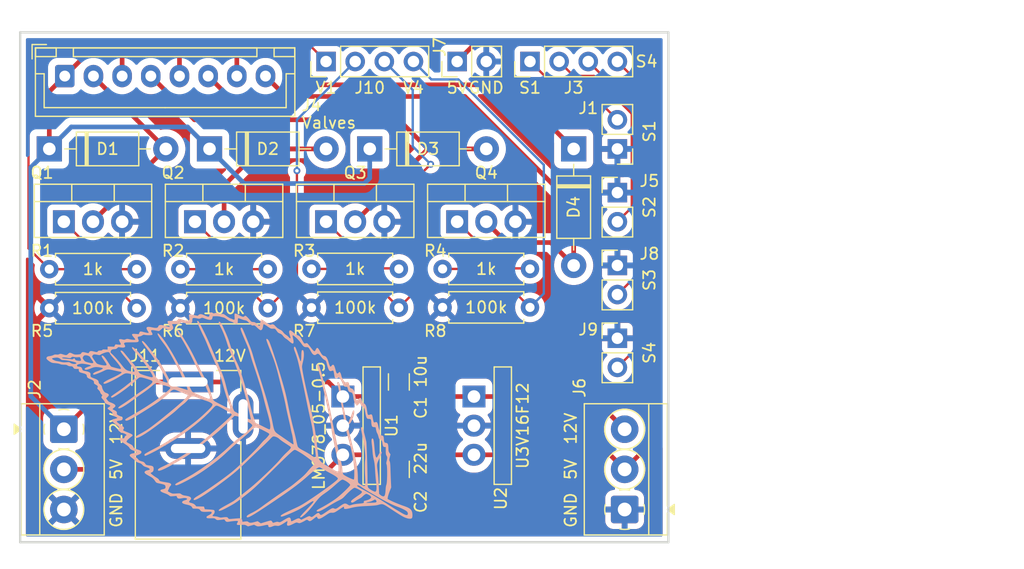
<source format=kicad_pcb>
(kicad_pcb (version 20241229) (generator "pcbnew") (generator_version "9.0")
  (layers (0 "F.Cu" signal) (2 "B.Cu" signal) (13 "F.Paste" user) (15 "B.Paste" user) (5 "F.SilkS" user "F.Silkscreen") (7 "B.SilkS" user "B.Silkscreen") (1 "F.Mask" user) (3 "B.Mask" user) (25 "Edge.Cuts" user))
  (net 0 "")
  (net 1 "+12V")
  (net 2 "GND")
  (net 3 "+5V")
  (net 4 "/M1")
  (net 5 "/M2")
  (net 6 "/M3")
  (net 7 "/M4")
  (net 8 "/S1")
  (net 9 "/S3")
  (net 10 "/S4")
  (net 11 "/S2")
  (net 12 "/MCU_M2")
  (net 13 "/MCU_M1")
  (net 14 "Net-(Q1-G)")
  (net 15 "Net-(Q2-G)")
  (net 16 "Net-(Q3-G)")
  (net 17 "Net-(Q4-G)")
  (net 18 "/MCU_M3")
  (net 19 "/MCU_M4")
  (footprint "Diode_THT:D_DO-41_SOD81_P10.16mm_Horizontal" (layer "F.Cu") (at 91.44 48.26)
    (property "Reference" "D1" (at 5.08 0 0) (layer "F.SilkS"))
    (property "Value" "D")
    (pad "1" thru_hole rect (at 0 0) (size 2.2 2.2) (drill 1.1) (layers "*.Cu" "*.Mask") (net 1 "+12V"))
    (pad "2" thru_hole oval (at 10.16 0) (size 2.2 2.2) (drill 1.1) (layers "*.Cu" "*.Mask") (net 4 "/M1"))
  )
  (footprint "Diode_THT:D_DO-41_SOD81_P10.16mm_Horizontal" (layer "F.Cu") (at 105.41 48.26)
    (property "Reference" "D2" (at 5.08 0 0) (layer "F.SilkS"))
    (property "Value" "D")
    (pad "1" thru_hole rect (at 0 0) (size 2.2 2.2) (drill 1.1) (layers "*.Cu" "*.Mask") (net 1 "+12V"))
    (pad "2" thru_hole oval (at 10.16 0) (size 2.2 2.2) (drill 1.1) (layers "*.Cu" "*.Mask") (net 5 "/M2"))
  )
  (footprint "Connector_PinHeader_2.54mm:PinHeader_1x02_P2.54mm_Vertical" (layer "F.Cu") (at 140.97 64.77)
    (property "Reference" "J9" (at -2.54 -0.762 0) (layer "F.SilkS"))
    (property "Value" "S4" (at 2.794 1.27 90) (layer "F.SilkS"))
    (pad "1" thru_hole rect (at 0 0) (size 1.7 1.7) (drill 1) (layers "*.Cu" "*.Mask") (net 2 "GND"))
    (pad "2" thru_hole oval (at 0 2.54) (size 1.7 1.7) (drill 1) (layers "*.Cu" "*.Mask") (net 10 "/S4"))
  )
  (footprint "Connector_JST:JST_XH_B8B-XH-A_1x08_P2.50mm_Vertical" (layer "F.Cu") (at 92.79 41.91)
    (property "Reference" "J4" (at 21.51 2.54 0) (layer "F.SilkS"))
    (property "Value" "Valves" (at 23.034 4.064 0) (layer "F.SilkS"))
    (pad "1" thru_hole roundrect (at 0 0) (size 1.7 1.95) (drill 0.95) (layers "*.Cu" "*.Mask") (roundrect_rratio 0.147059) (net 1 "+12V"))
    (pad "2" thru_hole oval (at 2.5 0) (size 1.7 1.95) (drill 0.95) (layers "*.Cu" "*.Mask") (net 4 "/M1"))
    (pad "3" thru_hole oval (at 5 0) (size 1.7 1.95) (drill 0.95) (layers "*.Cu" "*.Mask") (net 1 "+12V"))
    (pad "4" thru_hole oval (at 7.5 0) (size 1.7 1.95) (drill 0.95) (layers "*.Cu" "*.Mask") (net 5 "/M2"))
    (pad "5" thru_hole oval (at 10 0) (size 1.7 1.95) (drill 0.95) (layers "*.Cu" "*.Mask") (net 1 "+12V"))
    (pad "6" thru_hole oval (at 12.5 0) (size 1.7 1.95) (drill 0.95) (layers "*.Cu" "*.Mask") (net 6 "/M3"))
    (pad "7" thru_hole oval (at 15 0) (size 1.7 1.95) (drill 0.95) (layers "*.Cu" "*.Mask") (net 1 "+12V"))
    (pad "8" thru_hole oval (at 17.5 0) (size 1.7 1.95) (drill 0.95) (layers "*.Cu" "*.Mask") (net 7 "/M4"))
  )
  (footprint "Connector_PinHeader_2.54mm:PinHeader_1x02_P2.54mm_Vertical" (layer "F.Cu") (at 140.97 48.26 180)
    (property "Reference" "J1" (at 2.54 3.556 0) (layer "F.SilkS"))
    (property "Value" "S1" (at -2.794 1.524 90) (layer "F.SilkS"))
    (pad "1" thru_hole rect (at 0 0 180) (size 1.7 1.7) (drill 1) (layers "*.Cu" "*.Mask") (net 2 "GND"))
    (pad "2" thru_hole oval (at 0 2.54 180) (size 1.7 1.7) (drill 1) (layers "*.Cu" "*.Mask") (net 8 "/S1"))
  )
  (footprint "olla_watering:LMO78_05-0.5" (layer "F.Cu") (at 117.035 69.85 -90)
    (property "Reference" "U1" (at 2.54 -4.25 90) (layer "F.SilkS"))
    (property "Value" "LMO78_05-0.5" (at 2.54 2.1 90) (layer "F.SilkS"))
    (pad "1" thru_hole rect (at 0 0 270) (size 1.905 2) (drill 1.1) (layers "*.Cu" "*.Mask") (net 1 "+12V"))
    (pad "2" thru_hole oval (at 2.54 0 270) (size 1.905 2) (drill 1.1) (layers "*.Cu" "*.Mask") (net 2 "GND"))
    (pad "3" thru_hole oval (at 5.08 0 270) (size 1.905 2) (drill 1.1) (layers "*.Cu" "*.Mask") (net 3 "+5V"))
  )
  (footprint "olla_watering:TO-220-3_Vertical_olla" (layer "F.Cu") (at 92.71 54.61)
    (property "Reference" "Q1" (at -1.905 -4.27 0) (layer "F.SilkS"))
    (property "Value" "NMOS")
    (pad "1" thru_hole oval (at 2.54 0) (size 1.905 2) (drill 1.1) (layers "*.Cu" "*.Mask") (net 4 "/M1"))
    (pad "2" thru_hole rect (at 0 0) (size 1.905 2) (drill 1.1) (layers "*.Cu" "*.Mask") (net 14 "Net-(Q1-G)"))
    (pad "3" thru_hole oval (at 5.08 0) (size 1.905 2) (drill 1.1) (layers "*.Cu" "*.Mask") (net 2 "GND"))
  )
  (footprint "Resistor_THT:R_Axial_DIN0207_L6.3mm_D2.5mm_P7.62mm_Horizontal" (layer "F.Cu") (at 114.3 62.103)
    (property "Reference" "R7" (at -0.635 2.032 0) (layer "F.SilkS"))
    (property "Value" "100k" (at 3.81 0 0) (layer "F.SilkS"))
    (pad "1" thru_hole circle (at 0 0) (size 1.6 1.6) (drill 0.8) (layers "*.Cu" "*.Mask") (net 2 "GND"))
    (pad "2" thru_hole oval (at 7.62 0) (size 1.6 1.6) (drill 0.8) (layers "*.Cu" "*.Mask") (net 18 "/MCU_M3"))
  )
  (footprint "Resistor_THT:R_Axial_DIN0207_L6.3mm_D2.5mm_P7.62mm_Horizontal" (layer "F.Cu") (at 91.44 58.745)
    (property "Reference" "R1" (at -0.635 -1.595 0) (layer "F.SilkS"))
    (property "Value" "1k" (at 3.81 0 0) (layer "F.SilkS"))
    (pad "1" thru_hole circle (at 0 0) (size 1.6 1.6) (drill 0.8) (layers "*.Cu" "*.Mask") (net 13 "/MCU_M1"))
    (pad "2" thru_hole oval (at 7.62 0) (size 1.6 1.6) (drill 0.8) (layers "*.Cu" "*.Mask") (net 14 "Net-(Q1-G)"))
  )
  (footprint "Connector_PinHeader_2.54mm:PinHeader_1x02_P2.54mm_Vertical" (layer "F.Cu") (at 140.97 52.07)
    (property "Reference" "J5" (at 2.794 -1.016 0) (layer "F.SilkS"))
    (property "Value" "S2" (at 2.794 1.27 90) (layer "F.SilkS"))
    (pad "1" thru_hole rect (at 0 0) (size 1.7 1.7) (drill 1) (layers "*.Cu" "*.Mask") (net 2 "GND"))
    (pad "2" thru_hole oval (at 0 2.54) (size 1.7 1.7) (drill 1) (layers "*.Cu" "*.Mask") (net 11 "/S2"))
  )
  (footprint "Resistor_THT:R_Axial_DIN0207_L6.3mm_D2.5mm_P7.62mm_Horizontal" (layer "F.Cu") (at 91.44 62.145)
    (property "Reference" "R5" (at -0.635 1.99 0) (layer "F.SilkS"))
    (property "Value" "100k" (at 3.81 0 0) (layer "F.SilkS"))
    (pad "1" thru_hole circle (at 0 0) (size 1.6 1.6) (drill 0.8) (layers "*.Cu" "*.Mask") (net 2 "GND"))
    (pad "2" thru_hole oval (at 7.62 0) (size 1.6 1.6) (drill 0.8) (layers "*.Cu" "*.Mask") (net 13 "/MCU_M1"))
  )
  (footprint "olla_watering:U3V16F12" (layer "F.Cu") (at 128.465 69.85 -90)
    (property "Reference" "U2" (at 8.89 -2.345 90) (layer "F.SilkS"))
    (property "Value" "U3V16F12" (at 2.54 -4.25 90) (layer "F.SilkS"))
    (pad "1" thru_hole oval (at 5.08 0 270) (size 1.905 2) (drill 1.1) (layers "*.Cu" "*.Mask") (net 3 "+5V"))
    (pad "2" thru_hole oval (at 2.54 0 270) (size 1.905 2) (drill 1.1) (layers "*.Cu" "*.Mask") (net 2 "GND"))
    (pad "3" thru_hole rect (at 0 0 270) (size 1.905 2) (drill 1.1) (layers "*.Cu" "*.Mask") (net 1 "+12V"))
  )
  (footprint "Diode_THT:D_DO-41_SOD81_P10.16mm_Horizontal" (layer "F.Cu") (at 119.38 48.26)
    (property "Reference" "D3" (at 5.08 0 0) (layer "F.SilkS"))
    (property "Value" "D")
    (pad "1" thru_hole rect (at 0 0) (size 2.2 2.2) (drill 1.1) (layers "*.Cu" "*.Mask") (net 1 "+12V"))
    (pad "2" thru_hole oval (at 10.16 0) (size 2.2 2.2) (drill 1.1) (layers "*.Cu" "*.Mask") (net 6 "/M3"))
  )
  (footprint "olla_watering:TO-220-3_Vertical_olla" (layer "F.Cu") (at 115.57 54.61)
    (property "Reference" "Q3" (at 2.54 -4.27 0) (layer "F.SilkS"))
    (property "Value" "NMOS")
    (pad "1" thru_hole oval (at 2.54 0) (size 1.905 2) (drill 1.1) (layers "*.Cu" "*.Mask") (net 6 "/M3"))
    (pad "2" thru_hole rect (at 0 0) (size 1.905 2) (drill 1.1) (layers "*.Cu" "*.Mask") (net 16 "Net-(Q3-G)"))
    (pad "3" thru_hole oval (at 5.08 0) (size 1.905 2) (drill 1.1) (layers "*.Cu" "*.Mask") (net 2 "GND"))
  )
  (footprint "olla_watering:TO-220-3_Vertical_olla" (layer "F.Cu") (at 104.14 54.61)
    (property "Reference" "Q2" (at -1.905 -4.27 0) (layer "F.SilkS"))
    (property "Value" "NMOS")
    (pad "1" thru_hole oval (at 2.54 0) (size 1.905 2) (drill 1.1) (layers "*.Cu" "*.Mask") (net 5 "/M2"))
    (pad "2" thru_hole rect (at 0 0) (size 1.905 2) (drill 1.1) (layers "*.Cu" "*.Mask") (net 15 "Net-(Q2-G)"))
    (pad "3" thru_hole oval (at 5.08 0) (size 1.905 2) (drill 1.1) (layers "*.Cu" "*.Mask") (net 2 "GND"))
  )
  (footprint "Diode_THT:D_DO-41_SOD81_P10.16mm_Horizontal" (layer "F.Cu") (at 137.16 48.26 -90)
    (property "Reference" "D4" (at 5.08 0 90) (layer "F.SilkS"))
    (property "Value" "D")
    (pad "1" thru_hole rect (at 0 0 270) (size 2.2 2.2) (drill 1.1) (layers "*.Cu" "*.Mask") (net 1 "+12V"))
    (pad "2" thru_hole oval (at 10.16 0 270) (size 2.2 2.2) (drill 1.1) (layers "*.Cu" "*.Mask") (net 7 "/M4"))
  )
  (footprint "Connector_BarrelJack:BarrelJack_Wuerth_6941xx301002" (layer "F.Cu") (at 103.54 68.58)
    (property "Reference" "J11" (at -3.718 -2.286 0) (layer "F.SilkS"))
    (property "Value" "12V in")
    (pad "1" thru_hole rect (at 0 0) (size 4.4 1.8) (drill oval 3.4 0.8) (layers "*.Cu" "*.Mask") (net 1 "+12V"))
    (pad "2" thru_hole oval (at 0 5.8) (size 4 1.8) (drill oval 3 0.8) (layers "*.Cu" "*.Mask") (net 2 "GND"))
    (pad "3" thru_hole oval (at 4.8 3 90) (size 4 1.8) (drill oval 3 0.8) (layers "*.Cu" "*.Mask") (net 2 "GND"))
  )
  (footprint "Connector_PinHeader_2.54mm:PinHeader_1x02_P2.54mm_Vertical" (layer "F.Cu") (at 140.97 58.42)
    (property "Reference" "J8" (at 2.794 -1.016 0) (layer "F.SilkS"))
    (property "Value" "S3" (at 2.794 1.27 90) (layer "F.SilkS"))
    (pad "1" thru_hole rect (at 0 0) (size 1.7 1.7) (drill 1) (layers "*.Cu" "*.Mask") (net 2 "GND"))
    (pad "2" thru_hole oval (at 0 2.54) (size 1.7 1.7) (drill 1) (layers "*.Cu" "*.Mask") (net 9 "/S3"))
  )
  (footprint "Resistor_THT:R_Axial_DIN0207_L6.3mm_D2.5mm_P7.62mm_Horizontal" (layer "F.Cu") (at 125.73 58.7248)
    (property "Reference" "R4" (at -0.635 -1.5748 0) (layer "F.SilkS"))
    (property "Value" "1k" (at 3.81 0 0) (layer "F.SilkS"))
    (pad "1" thru_hole circle (at 0 0) (size 1.6 1.6) (drill 0.8) (layers "*.Cu" "*.Mask") (net 19 "/MCU_M4"))
    (pad "2" thru_hole oval (at 7.62 0) (size 1.6 1.6) (drill 0.8) (layers "*.Cu" "*.Mask") (net 17 "Net-(Q4-G)"))
  )
  (footprint "Capacitor_SMD:C_1206_3216Metric_Pad1.33x1.80mm_HandSolder" (layer "F.Cu") (at 121.92 68.58 90)
    (property "Reference" "C1" (at -2.2475 1.905 90) (layer "F.SilkS"))
    (property "Value" "10u" (at 0.9275 1.905 90) (layer "F.SilkS"))
    (pad "1" smd roundrect (at -1.5625 0 90) (size 1.325 1.8) (layers "F.Cu" "F.Mask" "F.Paste") (roundrect_rratio 0.188679) (net 1 "+12V"))
    (pad "2" smd roundrect (at 1.5625 0 90) (size 1.325 1.8) (layers "F.Cu" "F.Mask" "F.Paste") (roundrect_rratio 0.188679) (net 2 "GND"))
  )
  (footprint "TerminalBlock_4Ucon:TerminalBlock_4Ucon_1x03_P3.50mm_Horizontal" (layer "F.Cu") (at 92.71 72.7 -90)
    (property "Reference" "J2" (at -3.485 2.54 90) (layer "F.SilkS"))
    (property "Value" "Power in")
    (pad "1" thru_hole roundrect (at 0 0 270) (size 2.4 2.4) (drill 1.2) (layers "*.Cu" "*.Mask") (roundrect_rratio 0.104167) (net 1 "+12V"))
    (pad "2" thru_hole circle (at 3.5 0 270) (size 2.4 2.4) (drill 1.2) (layers "*.Cu" "*.Mask") (net 3 "+5V"))
    (pad "3" thru_hole circle (at 7 0 270) (size 2.4 2.4) (drill 1.2) (layers "*.Cu" "*.Mask") (net 2 "GND"))
  )
  (footprint "Resistor_THT:R_Axial_DIN0207_L6.3mm_D2.5mm_P7.62mm_Horizontal" (layer "F.Cu") (at 114.3 58.7248)
    (property "Reference" "R3" (at -0.635 -1.5748 0) (layer "F.SilkS"))
    (property "Value" "1k" (at 3.81 0 0) (layer "F.SilkS"))
    (pad "1" thru_hole circle (at 0 0) (size 1.6 1.6) (drill 0.8) (layers "*.Cu" "*.Mask") (net 18 "/MCU_M3"))
    (pad "2" thru_hole oval (at 7.62 0) (size 1.6 1.6) (drill 0.8) (layers "*.Cu" "*.Mask") (net 16 "Net-(Q3-G)"))
  )
  (footprint "Resistor_THT:R_Axial_DIN0207_L6.3mm_D2.5mm_P7.62mm_Horizontal" (layer "F.Cu") (at 102.87 62.145)
    (property "Reference" "R6" (at -0.635 1.99 0) (layer "F.SilkS"))
    (property "Value" "100k" (at 3.81 0 0) (layer "F.SilkS"))
    (pad "1" thru_hole circle (at 0 0) (size 1.6 1.6) (drill 0.8) (layers "*.Cu" "*.Mask") (net 2 "GND"))
    (pad "2" thru_hole oval (at 7.62 0) (size 1.6 1.6) (drill 0.8) (layers "*.Cu" "*.Mask") (net 12 "/MCU_M2"))
  )
  (footprint "Connector_PinHeader_2.54mm:PinHeader_1x04_P2.54mm_Vertical" (layer "F.Cu") (at 115.57 40.64 90)
    (property "Reference" "J10" (at -2.286 3.81 180) (layer "F.SilkS"))
    (property "Value" "Valves Pico")
    (pad "1" thru_hole rect (at 0 0 90) (size 1.7 1.7) (drill 1) (layers "*.Cu" "*.Mask") (net 13 "/MCU_M1"))
    (pad "2" thru_hole oval (at 0 2.54 90) (size 1.7 1.7) (drill 1) (layers "*.Cu" "*.Mask") (net 12 "/MCU_M2"))
    (pad "3" thru_hole oval (at 0 5.08 90) (size 1.7 1.7) (drill 1) (layers "*.Cu" "*.Mask") (net 18 "/MCU_M3"))
    (pad "4" thru_hole oval (at 0 7.62 90) (size 1.7 1.7) (drill 1) (layers "*.Cu" "*.Mask") (net 19 "/MCU_M4"))
  )
  (footprint "Connector_PinHeader_2.54mm:PinHeader_1x02_P2.54mm_Vertical" (layer "F.Cu") (at 127 40.64 90)
    (property "Reference" "J7" (at 1.27 -1.524 90) (layer "F.SilkS"))
    (property "Value" "5V out")
    (pad "1" thru_hole rect (at 0 0 90) (size 1.7 1.7) (drill 1) (layers "*.Cu" "*.Mask") (net 3 "+5V"))
    (pad "2" thru_hole oval (at 0 2.54 90) (size 1.7 1.7) (drill 1) (layers "*.Cu" "*.Mask") (net 2 "GND"))
  )
  (footprint "TerminalBlock_4Ucon:TerminalBlock_4Ucon_1x03_P3.50mm_Horizontal" (layer "F.Cu") (at 141.605 79.7 90)
    (property "Reference" "J6" (at 10.612 -3.937 90) (layer "F.SilkS"))
    (property "Value" "Power out")
    (pad "1" thru_hole roundrect (at 0 0 90) (size 2.4 2.4) (drill 1.2) (layers "*.Cu" "*.Mask") (roundrect_rratio 0.104167) (net 2 "GND"))
    (pad "2" thru_hole circle (at 3.5 0 90) (size 2.4 2.4) (drill 1.2) (layers "*.Cu" "*.Mask") (net 3 "+5V"))
    (pad "3" thru_hole circle (at 7 0 90) (size 2.4 2.4) (drill 1.2) (layers "*.Cu" "*.Mask") (net 1 "+12V"))
  )
  (footprint "Resistor_THT:R_Axial_DIN0207_L6.3mm_D2.5mm_P7.62mm_Horizontal" (layer "F.Cu") (at 125.73 62.0776)
    (property "Reference" "R8" (at -0.635 2.0574 0) (layer "F.SilkS"))
    (property "Value" "100k" (at 3.81 0 0) (layer "F.SilkS"))
    (pad "1" thru_hole circle (at 0 0) (size 1.6 1.6) (drill 0.8) (layers "*.Cu" "*.Mask") (net 2 "GND"))
    (pad "2" thru_hole oval (at 7.62 0) (size 1.6 1.6) (drill 0.8) (layers "*.Cu" "*.Mask") (net 19 "/MCU_M4"))
  )
  (footprint "Capacitor_SMD:C_1206_3216Metric_Pad1.33x1.80mm_HandSolder" (layer "F.Cu") (at 121.92 76.2 -90)
    (property "Reference" "C2" (at 2.8325 -1.905 90) (layer "F.SilkS"))
    (property "Value" "22u" (at -0.9775 -1.905 90) (layer "F.SilkS"))
    (pad "1" smd roundrect (at -1.5625 0 270) (size 1.325 1.8) (layers "F.Cu" "F.Mask" "F.Paste") (roundrect_rratio 0.188679) (net 3 "+5V"))
    (pad "2" smd roundrect (at 1.5625 0 270) (size 1.325 1.8) (layers "F.Cu" "F.Mask" "F.Paste") (roundrect_rratio 0.188679) (net 2 "GND"))
  )
  (footprint "Resistor_THT:R_Axial_DIN0207_L6.3mm_D2.5mm_P7.62mm_Horizontal" (layer "F.Cu") (at 102.87 58.745)
    (property "Reference" "R2" (at -0.635 -1.595 0) (layer "F.SilkS"))
    (property "Value" "1k" (at 3.81 0 0) (layer "F.SilkS"))
    (pad "1" thru_hole circle (at 0 0) (size 1.6 1.6) (drill 0.8) (layers "*.Cu" "*.Mask") (net 12 "/MCU_M2"))
    (pad "2" thru_hole oval (at 7.62 0) (size 1.6 1.6) (drill 0.8) (layers "*.Cu" "*.Mask") (net 15 "Net-(Q2-G)"))
  )
  (footprint "olla_watering:TO-220-3_Vertical_olla" (layer "F.Cu") (at 127 54.61)
    (property "Reference" "Q4" (at 2.54 -4.27 0) (layer "F.SilkS"))
    (property "Value" "NMOS")
    (pad "1" thru_hole oval (at 2.54 0) (size 1.905 2) (drill 1.1) (layers "*.Cu" "*.Mask") (net 7 "/M4"))
    (pad "2" thru_hole rect (at 0 0) (size 1.905 2) (drill 1.1) (layers "*.Cu" "*.Mask") (net 17 "Net-(Q4-G)"))
    (pad "3" thru_hole oval (at 5.08 0) (size 1.905 2) (drill 1.1) (layers "*.Cu" "*.Mask") (net 2 "GND"))
  )
  (footprint "Connector_PinHeader_2.54mm:PinHeader_1x04_P2.54mm_Vertical" (layer "F.Cu") (at 133.35 40.64 90)
    (property "Reference" "J3" (at -2.286 3.81 180) (layer "F.SilkS"))
    (property "Value" "Switches Pico")
    (pad "1" thru_hole rect (at 0 0 90) (size 1.7 1.7) (drill 1) (layers "*.Cu" "*.Mask") (net 8 "/S1"))
    (pad "2" thru_hole oval (at 0 2.54 90) (size 1.7 1.7) (drill 1) (layers "*.Cu" "*.Mask") (net 11 "/S2"))
    (pad "3" thru_hole oval (at 0 5.08 90) (size 1.7 1.7) (drill 1) (layers "*.Cu" "*.Mask") (net 9 "/S3"))
    (pad "4" thru_hole oval (at 0 7.62 90) (size 1.7 1.7) (drill 1) (layers "*.Cu" "*.Mask") (net 10 "/S4"))
  )
  (footprint "LOGO" (layer "B.Cu") (at 107.442 71.882 -90)
    (property "Reference" "G***" (hide yes))
    (property "Value" "LOGO" (hide yes))
  )
  (gr_line (start 88.9 82.55) (end 88.9 38.1) (stroke (width 0.2032)) (layer "Edge.Cuts"))
  (gr_line (start 145.415 38.1) (end 145.415 82.55) (stroke (width 0.2032)) (layer "Edge.Cuts"))
  (gr_line (start 145.415 82.55) (end 88.9 82.55) (stroke (width 0.2032)) (layer "Edge.Cuts"))
  (gr_line (start 88.9 38.1) (end 145.415 38.1) (stroke (width 0.2032)) (layer "Edge.Cuts"))
  (gr_text "S4" (at 143.51 40.64 0) (layer "F.SilkS") (effects (font (size 1 1))))
  (gr_text "12V" (at 97.282 72.644 90) (layer "F.SilkS") (effects (font (size 1 1))))
  (gr_text "V4" (at 123.19 42.926 0) (layer "F.SilkS") (effects (font (size 1 1))))
  (gr_text "S1" (at 133.35 42.926 0) (layer "F.SilkS") (effects (font (size 1 1))))
  (gr_text "12V" (at 107.188 66.294 0) (layer "F.SilkS") (effects (font (size 1 1))))
  (gr_text "12V" (at 136.906 72.644 90) (layer "F.SilkS") (effects (font (size 1 1))))
  (gr_text "V1" (at 115.57 42.926 0) (layer "F.SilkS") (effects (font (size 1 1))))
  (gr_text "5V" (at 127 42.926 0) (layer "F.SilkS") (effects (font (size 1 1))))
  (gr_text "5V" (at 136.906 76.2 90) (layer "F.SilkS") (effects (font (size 1 1))))
  (gr_text "5V" (at 97.282 76.2 90) (layer "F.SilkS") (effects (font (size 1 1))))
  (gr_text "GND" (at 129.54 42.926 0) (layer "F.SilkS") (effects (font (size 1 1))))
  (gr_text "GND" (at 136.906 79.756 90) (layer "F.SilkS") (effects (font (size 1 1))))
  (gr_text "GND" (at 97.282 79.756 90) (layer "F.SilkS") (effects (font (size 1 1))))
  (segment (start 113.529969 42.672) (end 115.062 42.672) (width 0.4064) (layer "F.Cu") (net 1))
  (segment (start 117.035 69.85) (end 128.465 69.85) (width 0.4064) (layer "F.Cu") (net 1))
  (segment (start 102.79 40.1212) (end 102.79 41.91) (width 0.4064) (layer "F.Cu") (net 1))
  (segment (start 97.79 40.1212) (end 97.79 41.91) (width 0.4064) (layer "F.Cu") (net 1))
  (segment (start 110.979169 40.1212) (end 113.529969 42.672) (width 0.4064) (layer "F.Cu") (net 1))
  (segment (start 94.5788 40.1212) (end 92.79 41.91) (width 0.4064) (layer "F.Cu") (net 1))
  (segment (start 128.465 69.85) (end 138.755 69.85) (width 0.4064) (layer "F.Cu") (net 1))
  (segment (start 131.572 42.672) (end 137.16 48.26) (width 0.4064) (layer "F.Cu") (net 1))
  (segment (start 91.44 48.26) (end 91.44 43.26) (width 0.4064) (layer "F.Cu") (net 1))
  (segment (start 97.79 40.1212) (end 94.5788 40.1212) (width 0.4064) (layer "F.Cu") (net 1))
  (segment (start 102.79 40.1212) (end 97.79 40.1212) (width 0.4064) (layer "F.Cu") (net 1))
  (segment (start 106.0012 40.1212) (end 110.979169 40.1212) (width 0.4064) (layer "F.Cu") (net 1))
  (segment (start 107.79 40.2152) (end 107.696 40.1212) (width 0.4064) (layer "F.Cu") (net 1))
  (segment (start 106.0012 40.1212) (end 102.79 40.1212) (width 0.4064) (layer "F.Cu") (net 1))
  (segment (start 91.44 43.26) (end 92.79 41.91) (width 0.4064) (layer "F.Cu") (net 1))
  (segment (start 103.54 68.58) (end 115.765 68.58) (width 0.4064) (layer "F.Cu") (net 1))
  (segment (start 96.83 68.58) (end 92.71 72.7) (width 0.4064) (layer "F.Cu") (net 1))
  (segment (start 103.54 68.58) (end 96.83 68.58) (width 0.4064) (layer "F.Cu") (net 1))
  (segment (start 138.755 69.85) (end 141.605 72.7) (width 0.4064) (layer "F.Cu") (net 1))
  (segment (start 107.79 41.91) (end 107.79 40.2152) (width 0.4064) (layer "F.Cu") (net 1))
  (segment (start 115.765 68.58) (end 117.035 69.85) (width 0.4064) (layer "F.Cu") (net 1))
  (segment (start 115.062 42.672) (end 131.572 42.672) (width 0.4064) (layer "F.Cu") (net 1))
  (segment (start 107.696 40.1212) (end 106.0012 40.1212) (width 0.4064) (layer "F.Cu") (net 1))
  (segment (start 91.44 48.26) (end 93.3538 46.3462) (width 0.4064) (layer "B.Cu") (net 1))
  (segment (start 108.4288 51.2788) (end 118.9012 51.2788) (width 0.4064) (layer "B.Cu") (net 1))
  (segment (start 89.8262 69.8162) (end 89.8262 49.8738) (width 0.4064) (layer "B.Cu") (net 1))
  (segment (start 89.8262 49.8738) (end 91.44 48.26) (width 0.4064) (layer "B.Cu") (net 1))
  (segment (start 103.4962 46.3462) (end 105.41 48.26) (width 0.4064) (layer "B.Cu") (net 1))
  (segment (start 119.38 50.8) (end 119.38 48.26) (width 0.4064) (layer "B.Cu") (net 1))
  (segment (start 118.9012 51.2788) (end 119.38 50.8) (width 0.4064) (layer "B.Cu") (net 1))
  (segment (start 92.71 72.7) (end 89.8262 69.8162) (width 0.4064) (layer "B.Cu") (net 1))
  (segment (start 93.3538 46.3462) (end 103.4962 46.3462) (width 0.4064) (layer "B.Cu") (net 1))
  (segment (start 105.41 48.26) (end 108.4288 51.2788) (width 0.4064) (layer "B.Cu") (net 1))
  (segment (start 140.335 74.93) (end 141.605 76.2) (width 0.4064) (layer "F.Cu") (net 3))
  (segment (start 141.659169 38.9762) (end 144.1608 41.477831) (width 0.4064) (layer "F.Cu") (net 3))
  (segment (start 117.035 74.93) (end 115.765 76.2) (width 0.4064) (layer "F.Cu") (net 3))
  (segment (start 117.035 74.93) (end 128.465 74.93) (width 0.4064) (layer "F.Cu") (net 3))
  (segment (start 128.6638 38.9762) (end 141.659169 38.9762) (width 0.4064) (layer "F.Cu") (net 3))
  (segment (start 115.765 76.2) (end 92.71 76.2) (width 0.4064) (layer "F.Cu") (net 3))
  (segment (start 127 40.64) (end 128.6638 38.9762) (width 0.4064) (layer "F.Cu") (net 3))
  (segment (start 128.465 74.93) (end 140.335 74.93) (width 0.4064) (layer "F.Cu") (net 3))
  (segment (start 144.1608 73.6442) (end 141.605 76.2) (width 0.4064) (layer "F.Cu") (net 3))
  (segment (start 144.1608 41.477831) (end 144.1608 73.6442) (width 0.4064) (layer "F.Cu") (net 3))
  (segment (start 101.5525 48.26) (end 101.6 48.26) (width 0.4064) (layer "F.Cu") (net 4))
  (segment (start 95.25 54.61) (end 95.25 54.5625) (width 0.4064) (layer "F.Cu") (net 4))
  (segment (start 95.29 41.95) (end 95.29 41.91) (width 0.4064) (layer "F.Cu") (net 4))
  (segment (start 101.6 48.26) (end 95.29 41.95) (width 0.4064) (layer "F.Cu") (net 4))
  (segment (start 95.25 54.5625) (end 101.5525 48.26) (width 0.4064) (layer "F.Cu") (net 4))
  (segment (start 104.1 45.72) (end 100.29 41.91) (width 0.4064) (layer "F.Cu") (net 5))
  (segment (start 109.855 48.26) (end 112.9825 48.26) (width 0.4064) (layer "F.Cu") (net 5))
  (segment (start 106.68 51.435) (end 109.855 48.26) (width 0.4064) (layer "F.Cu") (net 5))
  (segment (start 109.8638 48.26) (end 107.3238 45.72) (width 0.4064) (layer "F.Cu") (net 5))
  (segment (start 112.9825 48.26) (end 115.57 48.26) (width 0.4064) (layer "F.Cu") (net 5))
  (segment (start 106.68 54.61) (end 106.68 51.435) (width 0.4064) (layer "F.Cu") (net 5))
  (segment (start 112.9825 48.26) (end 109.8638 48.26) (width 0.4064) (layer "F.Cu") (net 5))
  (segment (start 107.3238 45.72) (end 104.1 45.72) (width 0.4064) (layer "F.Cu") (net 5))
  (segment (start 109.1 45.72) (end 105.29 41.91) (width 0.4064) (layer "F.Cu") (net 6))
  (segment (start 124.454575 48.26) (end 121.914575 45.72) (width 0.4064) (layer "F.Cu") (net 6))
  (segment (start 118.11 54.61) (end 118.11 54.604575) (width 0.4064) (layer "F.Cu") (net 6))
  (segment (start 124.454575 48.26) (end 129.54 48.26) (width 0.4064) (layer "F.Cu") (net 6))
  (segment (start 118.11 54.604575) (end 124.454575 48.26) (width 0.4064) (layer "F.Cu") (net 6))
  (segment (start 121.914575 45.72) (end 109.1 45.72) (width 0.4064) (layer "F.Cu") (net 6))
  (segment (start 131.3063 56.4238) (end 129.54 54.6575) (width 0.4064) (layer "F.Cu") (net 7))
  (segment (start 129.54 54.6575) (end 129.54 54.61) (width 0.4064) (layer "F.Cu") (net 7))
  (segment (start 137.16 53.173478) (end 127.675522 43.689) (width 0.4064) (layer "F.Cu") (net 7))
  (segment (start 112.069 43.689) (end 110.29 41.91) (width 0.4064) (layer "F.Cu") (net 7))
  (segment (start 137.16 58.42) (end 137.16 53.173478) (width 0.4064) (layer "F.Cu") (net 7))
  (segment (start 127.675522 43.689) (end 112.069 43.689) (width 0.4064) (layer "F.Cu") (net 7))
  (segment (start 137.16 58.42) (end 135.1638 56.4238) (width 0.4064) (layer "F.Cu") (net 7))
  (segment (start 135.1638 56.4238) (end 131.3063 56.4238) (width 0.4064) (layer "F.Cu") (net 7))
  (segment (start 133.35 40.64) (end 133.374572 40.64) (width 0.2032) (layer "F.Cu") (net 8))
  (segment (start 133.374572 40.64) (end 135.372372 42.6378) (width 0.2032) (layer "F.Cu") (net 8))
  (segment (start 135.372372 42.6378) (end 137.8878 42.6378) (width 0.2032) (layer "F.Cu") (net 8))
  (segment (start 137.8878 42.6378) (end 140.97 45.72) (width 0.2032) (layer "F.Cu") (net 8))
  (segment (start 142.7364 44.9464) (end 142.7364 59.1936) (width 0.2032) (layer "F.Cu") (net 9))
  (segment (start 142.7364 59.1936) (end 140.97 60.96) (width 0.2032) (layer "F.Cu") (net 9))
  (segment (start 138.43 40.64) (end 142.7364 44.9464) (width 0.2032) (layer "F.Cu") (net 9))
  (segment (start 143.2454 65.0346) (end 140.97 67.31) (width 0.2032) (layer "F.Cu") (net 10))
  (segment (start 143.2454 42.9154) (end 143.2454 65.0346) (width 0.2032) (layer "F.Cu") (net 10))
  (segment (start 140.97 40.64) (end 143.2454 42.9154) (width 0.2032) (layer "F.Cu") (net 10))
  (segment (start 135.89 40.64) (end 137.1474 41.8974) (width 0.2032) (layer "F.Cu") (net 11))
  (segment (start 142.2274 45.199167) (end 142.2274 53.3526) (width 0.2032) (layer "F.Cu") (net 11))
  (segment (start 137.1474 41.8974) (end 138.925633 41.8974) (width 0.2032) (layer "F.Cu") (net 11))
  (segment (start 138.925633 41.8974) (end 142.2274 45.199167) (width 0.2032) (layer "F.Cu") (net 11))
  (segment (start 142.2274 53.3526) (end 140.97 54.61) (width 0.2032) (layer "F.Cu") (net 11))
  (segment (start 110.49 62.145) (end 113.03 59.605) (width 0.2032) (layer "F.Cu") (net 12))
  (segment (start 113.03 59.605) (end 113.03 50.165) (width 0.2032) (layer "F.Cu") (net 12))
  (segment (start 102.87 58.745) (end 107.09 58.745) (width 0.2032) (layer "F.Cu") (net 12))
  (segment (start 107.09 58.745) (end 110.49 62.145) (width 0.2032) (layer "F.Cu") (net 12))
  (via (at 113.03 50.165) (size 0.6) (drill 0.3) (layers "F.Cu" "B.Cu") (net 12))
  (segment (start 113.03 45.72) (end 118.11 40.64) (width 0.2032) (layer "B.Cu") (net 12))
  (segment (start 113.03 45.72) (end 113.03 50.165) (width 0.2032) (layer "B.Cu") (net 12))
  (segment (start 92.801516 39.2058) (end 89.6278 42.379516) (width 0.2032) (layer "F.Cu") (net 13))
  (segment (start 91.44 58.745) (end 95.66 58.745) (width 0.2032) (layer "F.Cu") (net 13))
  (segment (start 95.66 58.745) (end 99.06 62.145) (width 0.2032) (layer "F.Cu") (net 13))
  (segment (start 89.6278 56.9328) (end 91.44 58.745) (width 0.2032) (layer "F.Cu") (net 13))
  (segment (start 115.57 40.64) (end 114.1358 39.2058) (width 0.2032) (layer "F.Cu") (net 13))
  (segment (start 114.1358 39.2058) (end 92.801516 39.2058) (width 0.2032) (layer "F.Cu") (net 13))
  (segment (start 89.6278 42.379516) (end 89.6278 56.9328) (width 0.2032) (layer "F.Cu") (net 13))
  (segment (start 96.845 58.745) (end 99.06 58.745) (width 0.2032) (layer "F.Cu") (net 14))
  (segment (start 92.71 54.61) (end 96.845 58.745) (width 0.2032) (layer "F.Cu") (net 14))
  (segment (start 104.14 54.61) (end 108.275 58.745) (width 0.2032) (layer "F.Cu") (net 15))
  (segment (start 108.275 58.745) (end 110.49 58.745) (width 0.2032) (layer "F.Cu") (net 15))
  (segment (start 115.57 54.61) (end 119.634 58.674) (width 0.2032) (layer "F.Cu") (net 16))
  (segment (start 119.634 58.674) (end 121.92 58.674) (width 0.2032) (layer "F.Cu") (net 16))
  (segment (start 131.064 58.674) (end 133.35 58.674) (width 0.2032) (layer "F.Cu") (net 17))
  (segment (start 127 54.61) (end 131.064 58.674) (width 0.2032) (layer "F.Cu") (net 17))
  (segment (start 123.825 60.198) (end 121.92 62.103) (width 0.2032) (layer "F.Cu") (net 18))
  (segment (start 124.689817 49.598496) (end 123.825 50.463313) (width 0.2032) (layer "F.Cu") (net 18))
  (segment (start 123.825 50.463313) (end 123.825 60.198) (width 0.2032) (layer "F.Cu") (net 18))
  (segment (start 118.5418 58.7248) (end 121.92 62.103) (width 0.2032) (layer "F.Cu") (net 18))
  (segment (start 114.3 58.7248) (end 118.5418 58.7248) (width 0.2032) (layer "F.Cu") (net 18))
  (via (at 124.689817 49.598496) (size 0.6) (drill 0.3) (layers "F.Cu" "B.Cu") (net 18))
  (segment (start 124.689817 49.598496) (end 123.1274 48.036079) (width 0.2032) (layer "B.Cu") (net 18))
  (segment (start 123.1274 43.1174) (end 120.65 40.64) (width 0.2032) (layer "B.Cu") (net 18))
  (segment (start 123.1274 48.036079) (end 123.1274 43.1174) (width 0.2032) (layer "B.Cu") (net 18))
  (segment (start 129.9972 58.7248) (end 133.35 62.0776) (width 0.2032) (layer "F.Cu") (net 19))
  (segment (start 125.73 58.7248) (end 129.9972 58.7248) (width 0.2032) (layer "F.Cu") (net 19))
  (segment (start 134.5574 60.8702) (end 134.5574 49.653) (width 0.2032) (layer "B.Cu") (net 19))
  (segment (start 124.7522 42.2022) (end 123.19 40.64) (width 0.2032) (layer "B.Cu") (net 19))
  (segment (start 127.1066 42.2022) (end 124.7522 42.2022) (width 0.2032) (layer "B.Cu") (net 19))
  (segment (start 134.5574 49.653) (end 127.1066 42.2022) (width 0.2032) (layer "B.Cu") (net 19))
  (segment (start 133.35 62.0776) (end 134.5574 60.8702) (width 0.2032) (layer "B.Cu") (net 19))
  (zone (net 2) (net_name "GND") (layer "F.Cu") (priority 1) (connect_pads (clearance 0.5)) (min_thickness 0.25) (fill yes (thermal_gap 0.5) (thermal_bridge_width 0.5))
    (polygon (pts (xy 88.9 82.55) (xy 88.9 43.18) (xy 145.415 43.18) (xy 145.415 82.55)))
  )
  (zone (net 2) (net_name "GND") (layer "B.Cu") (connect_pads (clearance 0.5)) (min_thickness 0.25) (fill yes (thermal_gap 0.5) (thermal_bridge_width 0.508))
    (polygon (pts (xy 88.9 38.1) (xy 88.9 82.55) (xy 145.415 82.55) (xy 145.415 38.1)))
  )
)
</source>
